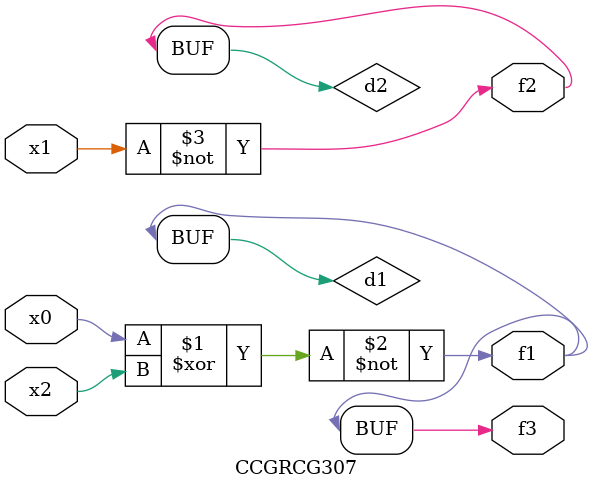
<source format=v>
module CCGRCG307(
	input x0, x1, x2,
	output f1, f2, f3
);

	wire d1, d2, d3;

	xnor (d1, x0, x2);
	nand (d2, x1);
	nor (d3, x1, x2);
	assign f1 = d1;
	assign f2 = d2;
	assign f3 = d1;
endmodule

</source>
